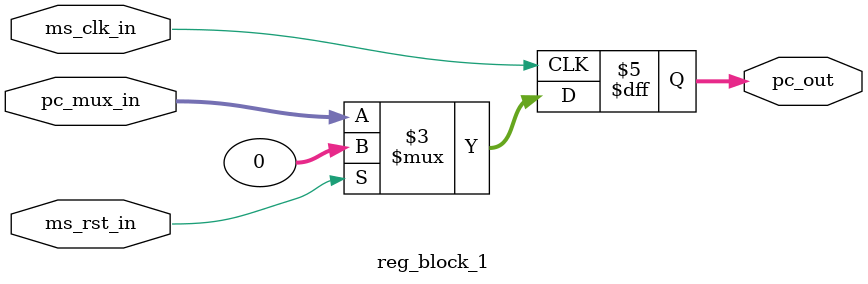
<source format=v>
module reg_block_1(input [31:0]pc_mux_in,input ms_clk_in,ms_rst_in,
    output reg[31:0] pc_out);
always@(posedge ms_clk_in)
begin
     if(ms_rst_in)
	       pc_out<=32'h00000000;
	  else 
	       pc_out<=pc_mux_in;
end
endmodule

</source>
